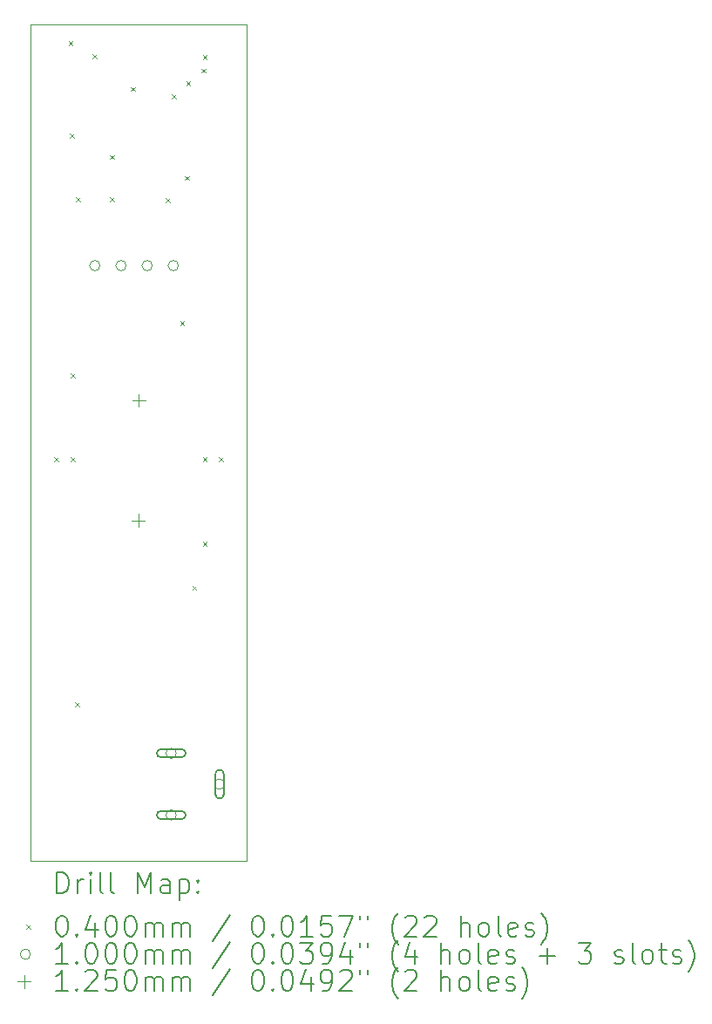
<source format=gbr>
%FSLAX45Y45*%
G04 Gerber Fmt 4.5, Leading zero omitted, Abs format (unit mm)*
G04 Created by KiCad (PCBNEW (6.0.2)) date 2022-02-19 19:12:01*
%MOMM*%
%LPD*%
G01*
G04 APERTURE LIST*
%TA.AperFunction,Profile*%
%ADD10C,0.050000*%
%TD*%
%ADD11C,0.200000*%
%ADD12C,0.040000*%
%ADD13C,0.100000*%
%ADD14C,0.125000*%
G04 APERTURE END LIST*
D10*
X13779500Y-4394200D02*
X15875000Y-4394200D01*
X15875000Y-4394200D02*
X15875000Y-12509500D01*
X15875000Y-12509500D02*
X13779500Y-12509500D01*
X13779500Y-12509500D02*
X13779500Y-4394200D01*
D11*
D12*
X14010000Y-8590000D02*
X14050000Y-8630000D01*
X14050000Y-8590000D02*
X14010000Y-8630000D01*
X14146000Y-4554000D02*
X14186000Y-4594000D01*
X14186000Y-4554000D02*
X14146000Y-4594000D01*
X14160000Y-5450000D02*
X14200000Y-5490000D01*
X14200000Y-5450000D02*
X14160000Y-5490000D01*
X14170000Y-7780000D02*
X14210000Y-7820000D01*
X14210000Y-7780000D02*
X14170000Y-7820000D01*
X14170000Y-8590000D02*
X14210000Y-8630000D01*
X14210000Y-8590000D02*
X14170000Y-8630000D01*
X14210000Y-10970000D02*
X14250000Y-11010000D01*
X14250000Y-10970000D02*
X14210000Y-11010000D01*
X14220000Y-6070000D02*
X14260000Y-6110000D01*
X14260000Y-6070000D02*
X14220000Y-6110000D01*
X14380000Y-4680000D02*
X14420000Y-4720000D01*
X14420000Y-4680000D02*
X14380000Y-4720000D01*
X14546900Y-5656900D02*
X14586900Y-5696900D01*
X14586900Y-5656900D02*
X14546900Y-5696900D01*
X14550000Y-6070000D02*
X14590000Y-6110000D01*
X14590000Y-6070000D02*
X14550000Y-6110000D01*
X14750100Y-4996500D02*
X14790100Y-5036500D01*
X14790100Y-4996500D02*
X14750100Y-5036500D01*
X15093000Y-6076000D02*
X15133000Y-6116000D01*
X15133000Y-6076000D02*
X15093000Y-6116000D01*
X15150000Y-5070000D02*
X15190000Y-5110000D01*
X15190000Y-5070000D02*
X15150000Y-5110000D01*
X15230000Y-7270000D02*
X15270000Y-7310000D01*
X15270000Y-7270000D02*
X15230000Y-7310000D01*
X15280000Y-5860000D02*
X15320000Y-5900000D01*
X15320000Y-5860000D02*
X15280000Y-5900000D01*
X15290000Y-4940000D02*
X15330000Y-4980000D01*
X15330000Y-4940000D02*
X15290000Y-4980000D01*
X15350000Y-9840000D02*
X15390000Y-9880000D01*
X15390000Y-9840000D02*
X15350000Y-9880000D01*
X15440000Y-4820000D02*
X15480000Y-4860000D01*
X15480000Y-4820000D02*
X15440000Y-4860000D01*
X15450000Y-4690000D02*
X15490000Y-4730000D01*
X15490000Y-4690000D02*
X15450000Y-4730000D01*
X15450000Y-8590000D02*
X15490000Y-8630000D01*
X15490000Y-8590000D02*
X15450000Y-8630000D01*
X15450000Y-9410000D02*
X15490000Y-9450000D01*
X15490000Y-9410000D02*
X15450000Y-9450000D01*
X15610000Y-8590000D02*
X15650000Y-8630000D01*
X15650000Y-8590000D02*
X15610000Y-8630000D01*
D13*
X14452800Y-6731000D02*
G75*
G03*
X14452800Y-6731000I-50000J0D01*
G01*
X14706800Y-6731000D02*
G75*
G03*
X14706800Y-6731000I-50000J0D01*
G01*
X14960800Y-6731000D02*
G75*
G03*
X14960800Y-6731000I-50000J0D01*
G01*
X15194250Y-11465000D02*
G75*
G03*
X15194250Y-11465000I-50000J0D01*
G01*
D11*
X15044250Y-11505000D02*
X15244250Y-11505000D01*
X15044250Y-11425000D02*
X15244250Y-11425000D01*
X15244250Y-11505000D02*
G75*
G03*
X15244250Y-11425000I0J40000D01*
G01*
X15044250Y-11425000D02*
G75*
G03*
X15044250Y-11505000I0J-40000D01*
G01*
D13*
X15194250Y-12065000D02*
G75*
G03*
X15194250Y-12065000I-50000J0D01*
G01*
D11*
X15044250Y-12105000D02*
X15244250Y-12105000D01*
X15044250Y-12025000D02*
X15244250Y-12025000D01*
X15244250Y-12105000D02*
G75*
G03*
X15244250Y-12025000I0J40000D01*
G01*
X15044250Y-12025000D02*
G75*
G03*
X15044250Y-12105000I0J-40000D01*
G01*
D13*
X15214800Y-6731000D02*
G75*
G03*
X15214800Y-6731000I-50000J0D01*
G01*
X15664250Y-11765000D02*
G75*
G03*
X15664250Y-11765000I-50000J0D01*
G01*
D11*
X15654250Y-11865000D02*
X15654250Y-11665000D01*
X15574250Y-11865000D02*
X15574250Y-11665000D01*
X15654250Y-11665000D02*
G75*
G03*
X15574250Y-11665000I-40000J0D01*
G01*
X15574250Y-11865000D02*
G75*
G03*
X15654250Y-11865000I40000J0D01*
G01*
D14*
X14825889Y-9142389D02*
X14825889Y-9267389D01*
X14763389Y-9204889D02*
X14888389Y-9204889D01*
X14830000Y-7977500D02*
X14830000Y-8102500D01*
X14767500Y-8040000D02*
X14892500Y-8040000D01*
D11*
X14034619Y-12822476D02*
X14034619Y-12622476D01*
X14082238Y-12622476D01*
X14110809Y-12632000D01*
X14129857Y-12651048D01*
X14139381Y-12670095D01*
X14148905Y-12708190D01*
X14148905Y-12736762D01*
X14139381Y-12774857D01*
X14129857Y-12793905D01*
X14110809Y-12812952D01*
X14082238Y-12822476D01*
X14034619Y-12822476D01*
X14234619Y-12822476D02*
X14234619Y-12689143D01*
X14234619Y-12727238D02*
X14244143Y-12708190D01*
X14253667Y-12698667D01*
X14272714Y-12689143D01*
X14291762Y-12689143D01*
X14358428Y-12822476D02*
X14358428Y-12689143D01*
X14358428Y-12622476D02*
X14348905Y-12632000D01*
X14358428Y-12641524D01*
X14367952Y-12632000D01*
X14358428Y-12622476D01*
X14358428Y-12641524D01*
X14482238Y-12822476D02*
X14463190Y-12812952D01*
X14453667Y-12793905D01*
X14453667Y-12622476D01*
X14587000Y-12822476D02*
X14567952Y-12812952D01*
X14558428Y-12793905D01*
X14558428Y-12622476D01*
X14815571Y-12822476D02*
X14815571Y-12622476D01*
X14882238Y-12765333D01*
X14948905Y-12622476D01*
X14948905Y-12822476D01*
X15129857Y-12822476D02*
X15129857Y-12717714D01*
X15120333Y-12698667D01*
X15101286Y-12689143D01*
X15063190Y-12689143D01*
X15044143Y-12698667D01*
X15129857Y-12812952D02*
X15110809Y-12822476D01*
X15063190Y-12822476D01*
X15044143Y-12812952D01*
X15034619Y-12793905D01*
X15034619Y-12774857D01*
X15044143Y-12755809D01*
X15063190Y-12746286D01*
X15110809Y-12746286D01*
X15129857Y-12736762D01*
X15225095Y-12689143D02*
X15225095Y-12889143D01*
X15225095Y-12698667D02*
X15244143Y-12689143D01*
X15282238Y-12689143D01*
X15301286Y-12698667D01*
X15310809Y-12708190D01*
X15320333Y-12727238D01*
X15320333Y-12784381D01*
X15310809Y-12803428D01*
X15301286Y-12812952D01*
X15282238Y-12822476D01*
X15244143Y-12822476D01*
X15225095Y-12812952D01*
X15406048Y-12803428D02*
X15415571Y-12812952D01*
X15406048Y-12822476D01*
X15396524Y-12812952D01*
X15406048Y-12803428D01*
X15406048Y-12822476D01*
X15406048Y-12698667D02*
X15415571Y-12708190D01*
X15406048Y-12717714D01*
X15396524Y-12708190D01*
X15406048Y-12698667D01*
X15406048Y-12717714D01*
D12*
X13737000Y-13132000D02*
X13777000Y-13172000D01*
X13777000Y-13132000D02*
X13737000Y-13172000D01*
D11*
X14072714Y-13042476D02*
X14091762Y-13042476D01*
X14110809Y-13052000D01*
X14120333Y-13061524D01*
X14129857Y-13080571D01*
X14139381Y-13118667D01*
X14139381Y-13166286D01*
X14129857Y-13204381D01*
X14120333Y-13223428D01*
X14110809Y-13232952D01*
X14091762Y-13242476D01*
X14072714Y-13242476D01*
X14053667Y-13232952D01*
X14044143Y-13223428D01*
X14034619Y-13204381D01*
X14025095Y-13166286D01*
X14025095Y-13118667D01*
X14034619Y-13080571D01*
X14044143Y-13061524D01*
X14053667Y-13052000D01*
X14072714Y-13042476D01*
X14225095Y-13223428D02*
X14234619Y-13232952D01*
X14225095Y-13242476D01*
X14215571Y-13232952D01*
X14225095Y-13223428D01*
X14225095Y-13242476D01*
X14406048Y-13109143D02*
X14406048Y-13242476D01*
X14358428Y-13032952D02*
X14310809Y-13175809D01*
X14434619Y-13175809D01*
X14548905Y-13042476D02*
X14567952Y-13042476D01*
X14587000Y-13052000D01*
X14596524Y-13061524D01*
X14606048Y-13080571D01*
X14615571Y-13118667D01*
X14615571Y-13166286D01*
X14606048Y-13204381D01*
X14596524Y-13223428D01*
X14587000Y-13232952D01*
X14567952Y-13242476D01*
X14548905Y-13242476D01*
X14529857Y-13232952D01*
X14520333Y-13223428D01*
X14510809Y-13204381D01*
X14501286Y-13166286D01*
X14501286Y-13118667D01*
X14510809Y-13080571D01*
X14520333Y-13061524D01*
X14529857Y-13052000D01*
X14548905Y-13042476D01*
X14739381Y-13042476D02*
X14758428Y-13042476D01*
X14777476Y-13052000D01*
X14787000Y-13061524D01*
X14796524Y-13080571D01*
X14806048Y-13118667D01*
X14806048Y-13166286D01*
X14796524Y-13204381D01*
X14787000Y-13223428D01*
X14777476Y-13232952D01*
X14758428Y-13242476D01*
X14739381Y-13242476D01*
X14720333Y-13232952D01*
X14710809Y-13223428D01*
X14701286Y-13204381D01*
X14691762Y-13166286D01*
X14691762Y-13118667D01*
X14701286Y-13080571D01*
X14710809Y-13061524D01*
X14720333Y-13052000D01*
X14739381Y-13042476D01*
X14891762Y-13242476D02*
X14891762Y-13109143D01*
X14891762Y-13128190D02*
X14901286Y-13118667D01*
X14920333Y-13109143D01*
X14948905Y-13109143D01*
X14967952Y-13118667D01*
X14977476Y-13137714D01*
X14977476Y-13242476D01*
X14977476Y-13137714D02*
X14987000Y-13118667D01*
X15006048Y-13109143D01*
X15034619Y-13109143D01*
X15053667Y-13118667D01*
X15063190Y-13137714D01*
X15063190Y-13242476D01*
X15158428Y-13242476D02*
X15158428Y-13109143D01*
X15158428Y-13128190D02*
X15167952Y-13118667D01*
X15187000Y-13109143D01*
X15215571Y-13109143D01*
X15234619Y-13118667D01*
X15244143Y-13137714D01*
X15244143Y-13242476D01*
X15244143Y-13137714D02*
X15253667Y-13118667D01*
X15272714Y-13109143D01*
X15301286Y-13109143D01*
X15320333Y-13118667D01*
X15329857Y-13137714D01*
X15329857Y-13242476D01*
X15720333Y-13032952D02*
X15548905Y-13290095D01*
X15977476Y-13042476D02*
X15996524Y-13042476D01*
X16015571Y-13052000D01*
X16025095Y-13061524D01*
X16034619Y-13080571D01*
X16044143Y-13118667D01*
X16044143Y-13166286D01*
X16034619Y-13204381D01*
X16025095Y-13223428D01*
X16015571Y-13232952D01*
X15996524Y-13242476D01*
X15977476Y-13242476D01*
X15958428Y-13232952D01*
X15948905Y-13223428D01*
X15939381Y-13204381D01*
X15929857Y-13166286D01*
X15929857Y-13118667D01*
X15939381Y-13080571D01*
X15948905Y-13061524D01*
X15958428Y-13052000D01*
X15977476Y-13042476D01*
X16129857Y-13223428D02*
X16139381Y-13232952D01*
X16129857Y-13242476D01*
X16120333Y-13232952D01*
X16129857Y-13223428D01*
X16129857Y-13242476D01*
X16263190Y-13042476D02*
X16282238Y-13042476D01*
X16301286Y-13052000D01*
X16310809Y-13061524D01*
X16320333Y-13080571D01*
X16329857Y-13118667D01*
X16329857Y-13166286D01*
X16320333Y-13204381D01*
X16310809Y-13223428D01*
X16301286Y-13232952D01*
X16282238Y-13242476D01*
X16263190Y-13242476D01*
X16244143Y-13232952D01*
X16234619Y-13223428D01*
X16225095Y-13204381D01*
X16215571Y-13166286D01*
X16215571Y-13118667D01*
X16225095Y-13080571D01*
X16234619Y-13061524D01*
X16244143Y-13052000D01*
X16263190Y-13042476D01*
X16520333Y-13242476D02*
X16406048Y-13242476D01*
X16463190Y-13242476D02*
X16463190Y-13042476D01*
X16444143Y-13071048D01*
X16425095Y-13090095D01*
X16406048Y-13099619D01*
X16701286Y-13042476D02*
X16606048Y-13042476D01*
X16596524Y-13137714D01*
X16606048Y-13128190D01*
X16625095Y-13118667D01*
X16672714Y-13118667D01*
X16691762Y-13128190D01*
X16701286Y-13137714D01*
X16710809Y-13156762D01*
X16710809Y-13204381D01*
X16701286Y-13223428D01*
X16691762Y-13232952D01*
X16672714Y-13242476D01*
X16625095Y-13242476D01*
X16606048Y-13232952D01*
X16596524Y-13223428D01*
X16777476Y-13042476D02*
X16910810Y-13042476D01*
X16825095Y-13242476D01*
X16977476Y-13042476D02*
X16977476Y-13080571D01*
X17053667Y-13042476D02*
X17053667Y-13080571D01*
X17348905Y-13318667D02*
X17339381Y-13309143D01*
X17320333Y-13280571D01*
X17310810Y-13261524D01*
X17301286Y-13232952D01*
X17291762Y-13185333D01*
X17291762Y-13147238D01*
X17301286Y-13099619D01*
X17310810Y-13071048D01*
X17320333Y-13052000D01*
X17339381Y-13023428D01*
X17348905Y-13013905D01*
X17415571Y-13061524D02*
X17425095Y-13052000D01*
X17444143Y-13042476D01*
X17491762Y-13042476D01*
X17510810Y-13052000D01*
X17520333Y-13061524D01*
X17529857Y-13080571D01*
X17529857Y-13099619D01*
X17520333Y-13128190D01*
X17406048Y-13242476D01*
X17529857Y-13242476D01*
X17606048Y-13061524D02*
X17615571Y-13052000D01*
X17634619Y-13042476D01*
X17682238Y-13042476D01*
X17701286Y-13052000D01*
X17710810Y-13061524D01*
X17720333Y-13080571D01*
X17720333Y-13099619D01*
X17710810Y-13128190D01*
X17596524Y-13242476D01*
X17720333Y-13242476D01*
X17958429Y-13242476D02*
X17958429Y-13042476D01*
X18044143Y-13242476D02*
X18044143Y-13137714D01*
X18034619Y-13118667D01*
X18015571Y-13109143D01*
X17987000Y-13109143D01*
X17967952Y-13118667D01*
X17958429Y-13128190D01*
X18167952Y-13242476D02*
X18148905Y-13232952D01*
X18139381Y-13223428D01*
X18129857Y-13204381D01*
X18129857Y-13147238D01*
X18139381Y-13128190D01*
X18148905Y-13118667D01*
X18167952Y-13109143D01*
X18196524Y-13109143D01*
X18215571Y-13118667D01*
X18225095Y-13128190D01*
X18234619Y-13147238D01*
X18234619Y-13204381D01*
X18225095Y-13223428D01*
X18215571Y-13232952D01*
X18196524Y-13242476D01*
X18167952Y-13242476D01*
X18348905Y-13242476D02*
X18329857Y-13232952D01*
X18320333Y-13213905D01*
X18320333Y-13042476D01*
X18501286Y-13232952D02*
X18482238Y-13242476D01*
X18444143Y-13242476D01*
X18425095Y-13232952D01*
X18415571Y-13213905D01*
X18415571Y-13137714D01*
X18425095Y-13118667D01*
X18444143Y-13109143D01*
X18482238Y-13109143D01*
X18501286Y-13118667D01*
X18510810Y-13137714D01*
X18510810Y-13156762D01*
X18415571Y-13175809D01*
X18587000Y-13232952D02*
X18606048Y-13242476D01*
X18644143Y-13242476D01*
X18663190Y-13232952D01*
X18672714Y-13213905D01*
X18672714Y-13204381D01*
X18663190Y-13185333D01*
X18644143Y-13175809D01*
X18615571Y-13175809D01*
X18596524Y-13166286D01*
X18587000Y-13147238D01*
X18587000Y-13137714D01*
X18596524Y-13118667D01*
X18615571Y-13109143D01*
X18644143Y-13109143D01*
X18663190Y-13118667D01*
X18739381Y-13318667D02*
X18748905Y-13309143D01*
X18767952Y-13280571D01*
X18777476Y-13261524D01*
X18787000Y-13232952D01*
X18796524Y-13185333D01*
X18796524Y-13147238D01*
X18787000Y-13099619D01*
X18777476Y-13071048D01*
X18767952Y-13052000D01*
X18748905Y-13023428D01*
X18739381Y-13013905D01*
D13*
X13777000Y-13416000D02*
G75*
G03*
X13777000Y-13416000I-50000J0D01*
G01*
D11*
X14139381Y-13506476D02*
X14025095Y-13506476D01*
X14082238Y-13506476D02*
X14082238Y-13306476D01*
X14063190Y-13335048D01*
X14044143Y-13354095D01*
X14025095Y-13363619D01*
X14225095Y-13487428D02*
X14234619Y-13496952D01*
X14225095Y-13506476D01*
X14215571Y-13496952D01*
X14225095Y-13487428D01*
X14225095Y-13506476D01*
X14358428Y-13306476D02*
X14377476Y-13306476D01*
X14396524Y-13316000D01*
X14406048Y-13325524D01*
X14415571Y-13344571D01*
X14425095Y-13382667D01*
X14425095Y-13430286D01*
X14415571Y-13468381D01*
X14406048Y-13487428D01*
X14396524Y-13496952D01*
X14377476Y-13506476D01*
X14358428Y-13506476D01*
X14339381Y-13496952D01*
X14329857Y-13487428D01*
X14320333Y-13468381D01*
X14310809Y-13430286D01*
X14310809Y-13382667D01*
X14320333Y-13344571D01*
X14329857Y-13325524D01*
X14339381Y-13316000D01*
X14358428Y-13306476D01*
X14548905Y-13306476D02*
X14567952Y-13306476D01*
X14587000Y-13316000D01*
X14596524Y-13325524D01*
X14606048Y-13344571D01*
X14615571Y-13382667D01*
X14615571Y-13430286D01*
X14606048Y-13468381D01*
X14596524Y-13487428D01*
X14587000Y-13496952D01*
X14567952Y-13506476D01*
X14548905Y-13506476D01*
X14529857Y-13496952D01*
X14520333Y-13487428D01*
X14510809Y-13468381D01*
X14501286Y-13430286D01*
X14501286Y-13382667D01*
X14510809Y-13344571D01*
X14520333Y-13325524D01*
X14529857Y-13316000D01*
X14548905Y-13306476D01*
X14739381Y-13306476D02*
X14758428Y-13306476D01*
X14777476Y-13316000D01*
X14787000Y-13325524D01*
X14796524Y-13344571D01*
X14806048Y-13382667D01*
X14806048Y-13430286D01*
X14796524Y-13468381D01*
X14787000Y-13487428D01*
X14777476Y-13496952D01*
X14758428Y-13506476D01*
X14739381Y-13506476D01*
X14720333Y-13496952D01*
X14710809Y-13487428D01*
X14701286Y-13468381D01*
X14691762Y-13430286D01*
X14691762Y-13382667D01*
X14701286Y-13344571D01*
X14710809Y-13325524D01*
X14720333Y-13316000D01*
X14739381Y-13306476D01*
X14891762Y-13506476D02*
X14891762Y-13373143D01*
X14891762Y-13392190D02*
X14901286Y-13382667D01*
X14920333Y-13373143D01*
X14948905Y-13373143D01*
X14967952Y-13382667D01*
X14977476Y-13401714D01*
X14977476Y-13506476D01*
X14977476Y-13401714D02*
X14987000Y-13382667D01*
X15006048Y-13373143D01*
X15034619Y-13373143D01*
X15053667Y-13382667D01*
X15063190Y-13401714D01*
X15063190Y-13506476D01*
X15158428Y-13506476D02*
X15158428Y-13373143D01*
X15158428Y-13392190D02*
X15167952Y-13382667D01*
X15187000Y-13373143D01*
X15215571Y-13373143D01*
X15234619Y-13382667D01*
X15244143Y-13401714D01*
X15244143Y-13506476D01*
X15244143Y-13401714D02*
X15253667Y-13382667D01*
X15272714Y-13373143D01*
X15301286Y-13373143D01*
X15320333Y-13382667D01*
X15329857Y-13401714D01*
X15329857Y-13506476D01*
X15720333Y-13296952D02*
X15548905Y-13554095D01*
X15977476Y-13306476D02*
X15996524Y-13306476D01*
X16015571Y-13316000D01*
X16025095Y-13325524D01*
X16034619Y-13344571D01*
X16044143Y-13382667D01*
X16044143Y-13430286D01*
X16034619Y-13468381D01*
X16025095Y-13487428D01*
X16015571Y-13496952D01*
X15996524Y-13506476D01*
X15977476Y-13506476D01*
X15958428Y-13496952D01*
X15948905Y-13487428D01*
X15939381Y-13468381D01*
X15929857Y-13430286D01*
X15929857Y-13382667D01*
X15939381Y-13344571D01*
X15948905Y-13325524D01*
X15958428Y-13316000D01*
X15977476Y-13306476D01*
X16129857Y-13487428D02*
X16139381Y-13496952D01*
X16129857Y-13506476D01*
X16120333Y-13496952D01*
X16129857Y-13487428D01*
X16129857Y-13506476D01*
X16263190Y-13306476D02*
X16282238Y-13306476D01*
X16301286Y-13316000D01*
X16310809Y-13325524D01*
X16320333Y-13344571D01*
X16329857Y-13382667D01*
X16329857Y-13430286D01*
X16320333Y-13468381D01*
X16310809Y-13487428D01*
X16301286Y-13496952D01*
X16282238Y-13506476D01*
X16263190Y-13506476D01*
X16244143Y-13496952D01*
X16234619Y-13487428D01*
X16225095Y-13468381D01*
X16215571Y-13430286D01*
X16215571Y-13382667D01*
X16225095Y-13344571D01*
X16234619Y-13325524D01*
X16244143Y-13316000D01*
X16263190Y-13306476D01*
X16396524Y-13306476D02*
X16520333Y-13306476D01*
X16453667Y-13382667D01*
X16482238Y-13382667D01*
X16501286Y-13392190D01*
X16510809Y-13401714D01*
X16520333Y-13420762D01*
X16520333Y-13468381D01*
X16510809Y-13487428D01*
X16501286Y-13496952D01*
X16482238Y-13506476D01*
X16425095Y-13506476D01*
X16406048Y-13496952D01*
X16396524Y-13487428D01*
X16615571Y-13506476D02*
X16653667Y-13506476D01*
X16672714Y-13496952D01*
X16682238Y-13487428D01*
X16701286Y-13458857D01*
X16710809Y-13420762D01*
X16710809Y-13344571D01*
X16701286Y-13325524D01*
X16691762Y-13316000D01*
X16672714Y-13306476D01*
X16634619Y-13306476D01*
X16615571Y-13316000D01*
X16606048Y-13325524D01*
X16596524Y-13344571D01*
X16596524Y-13392190D01*
X16606048Y-13411238D01*
X16615571Y-13420762D01*
X16634619Y-13430286D01*
X16672714Y-13430286D01*
X16691762Y-13420762D01*
X16701286Y-13411238D01*
X16710809Y-13392190D01*
X16882238Y-13373143D02*
X16882238Y-13506476D01*
X16834619Y-13296952D02*
X16787000Y-13439809D01*
X16910810Y-13439809D01*
X16977476Y-13306476D02*
X16977476Y-13344571D01*
X17053667Y-13306476D02*
X17053667Y-13344571D01*
X17348905Y-13582667D02*
X17339381Y-13573143D01*
X17320333Y-13544571D01*
X17310810Y-13525524D01*
X17301286Y-13496952D01*
X17291762Y-13449333D01*
X17291762Y-13411238D01*
X17301286Y-13363619D01*
X17310810Y-13335048D01*
X17320333Y-13316000D01*
X17339381Y-13287428D01*
X17348905Y-13277905D01*
X17510810Y-13373143D02*
X17510810Y-13506476D01*
X17463190Y-13296952D02*
X17415571Y-13439809D01*
X17539381Y-13439809D01*
X17767952Y-13506476D02*
X17767952Y-13306476D01*
X17853667Y-13506476D02*
X17853667Y-13401714D01*
X17844143Y-13382667D01*
X17825095Y-13373143D01*
X17796524Y-13373143D01*
X17777476Y-13382667D01*
X17767952Y-13392190D01*
X17977476Y-13506476D02*
X17958429Y-13496952D01*
X17948905Y-13487428D01*
X17939381Y-13468381D01*
X17939381Y-13411238D01*
X17948905Y-13392190D01*
X17958429Y-13382667D01*
X17977476Y-13373143D01*
X18006048Y-13373143D01*
X18025095Y-13382667D01*
X18034619Y-13392190D01*
X18044143Y-13411238D01*
X18044143Y-13468381D01*
X18034619Y-13487428D01*
X18025095Y-13496952D01*
X18006048Y-13506476D01*
X17977476Y-13506476D01*
X18158429Y-13506476D02*
X18139381Y-13496952D01*
X18129857Y-13477905D01*
X18129857Y-13306476D01*
X18310810Y-13496952D02*
X18291762Y-13506476D01*
X18253667Y-13506476D01*
X18234619Y-13496952D01*
X18225095Y-13477905D01*
X18225095Y-13401714D01*
X18234619Y-13382667D01*
X18253667Y-13373143D01*
X18291762Y-13373143D01*
X18310810Y-13382667D01*
X18320333Y-13401714D01*
X18320333Y-13420762D01*
X18225095Y-13439809D01*
X18396524Y-13496952D02*
X18415571Y-13506476D01*
X18453667Y-13506476D01*
X18472714Y-13496952D01*
X18482238Y-13477905D01*
X18482238Y-13468381D01*
X18472714Y-13449333D01*
X18453667Y-13439809D01*
X18425095Y-13439809D01*
X18406048Y-13430286D01*
X18396524Y-13411238D01*
X18396524Y-13401714D01*
X18406048Y-13382667D01*
X18425095Y-13373143D01*
X18453667Y-13373143D01*
X18472714Y-13382667D01*
X18720333Y-13430286D02*
X18872714Y-13430286D01*
X18796524Y-13506476D02*
X18796524Y-13354095D01*
X19101286Y-13306476D02*
X19225095Y-13306476D01*
X19158429Y-13382667D01*
X19187000Y-13382667D01*
X19206048Y-13392190D01*
X19215571Y-13401714D01*
X19225095Y-13420762D01*
X19225095Y-13468381D01*
X19215571Y-13487428D01*
X19206048Y-13496952D01*
X19187000Y-13506476D01*
X19129857Y-13506476D01*
X19110810Y-13496952D01*
X19101286Y-13487428D01*
X19453667Y-13496952D02*
X19472714Y-13506476D01*
X19510810Y-13506476D01*
X19529857Y-13496952D01*
X19539381Y-13477905D01*
X19539381Y-13468381D01*
X19529857Y-13449333D01*
X19510810Y-13439809D01*
X19482238Y-13439809D01*
X19463190Y-13430286D01*
X19453667Y-13411238D01*
X19453667Y-13401714D01*
X19463190Y-13382667D01*
X19482238Y-13373143D01*
X19510810Y-13373143D01*
X19529857Y-13382667D01*
X19653667Y-13506476D02*
X19634619Y-13496952D01*
X19625095Y-13477905D01*
X19625095Y-13306476D01*
X19758429Y-13506476D02*
X19739381Y-13496952D01*
X19729857Y-13487428D01*
X19720333Y-13468381D01*
X19720333Y-13411238D01*
X19729857Y-13392190D01*
X19739381Y-13382667D01*
X19758429Y-13373143D01*
X19787000Y-13373143D01*
X19806048Y-13382667D01*
X19815571Y-13392190D01*
X19825095Y-13411238D01*
X19825095Y-13468381D01*
X19815571Y-13487428D01*
X19806048Y-13496952D01*
X19787000Y-13506476D01*
X19758429Y-13506476D01*
X19882238Y-13373143D02*
X19958429Y-13373143D01*
X19910810Y-13306476D02*
X19910810Y-13477905D01*
X19920333Y-13496952D01*
X19939381Y-13506476D01*
X19958429Y-13506476D01*
X20015571Y-13496952D02*
X20034619Y-13506476D01*
X20072714Y-13506476D01*
X20091762Y-13496952D01*
X20101286Y-13477905D01*
X20101286Y-13468381D01*
X20091762Y-13449333D01*
X20072714Y-13439809D01*
X20044143Y-13439809D01*
X20025095Y-13430286D01*
X20015571Y-13411238D01*
X20015571Y-13401714D01*
X20025095Y-13382667D01*
X20044143Y-13373143D01*
X20072714Y-13373143D01*
X20091762Y-13382667D01*
X20167952Y-13582667D02*
X20177476Y-13573143D01*
X20196524Y-13544571D01*
X20206048Y-13525524D01*
X20215571Y-13496952D01*
X20225095Y-13449333D01*
X20225095Y-13411238D01*
X20215571Y-13363619D01*
X20206048Y-13335048D01*
X20196524Y-13316000D01*
X20177476Y-13287428D01*
X20167952Y-13277905D01*
D14*
X13714500Y-13617500D02*
X13714500Y-13742500D01*
X13652000Y-13680000D02*
X13777000Y-13680000D01*
D11*
X14139381Y-13770476D02*
X14025095Y-13770476D01*
X14082238Y-13770476D02*
X14082238Y-13570476D01*
X14063190Y-13599048D01*
X14044143Y-13618095D01*
X14025095Y-13627619D01*
X14225095Y-13751428D02*
X14234619Y-13760952D01*
X14225095Y-13770476D01*
X14215571Y-13760952D01*
X14225095Y-13751428D01*
X14225095Y-13770476D01*
X14310809Y-13589524D02*
X14320333Y-13580000D01*
X14339381Y-13570476D01*
X14387000Y-13570476D01*
X14406048Y-13580000D01*
X14415571Y-13589524D01*
X14425095Y-13608571D01*
X14425095Y-13627619D01*
X14415571Y-13656190D01*
X14301286Y-13770476D01*
X14425095Y-13770476D01*
X14606048Y-13570476D02*
X14510809Y-13570476D01*
X14501286Y-13665714D01*
X14510809Y-13656190D01*
X14529857Y-13646667D01*
X14577476Y-13646667D01*
X14596524Y-13656190D01*
X14606048Y-13665714D01*
X14615571Y-13684762D01*
X14615571Y-13732381D01*
X14606048Y-13751428D01*
X14596524Y-13760952D01*
X14577476Y-13770476D01*
X14529857Y-13770476D01*
X14510809Y-13760952D01*
X14501286Y-13751428D01*
X14739381Y-13570476D02*
X14758428Y-13570476D01*
X14777476Y-13580000D01*
X14787000Y-13589524D01*
X14796524Y-13608571D01*
X14806048Y-13646667D01*
X14806048Y-13694286D01*
X14796524Y-13732381D01*
X14787000Y-13751428D01*
X14777476Y-13760952D01*
X14758428Y-13770476D01*
X14739381Y-13770476D01*
X14720333Y-13760952D01*
X14710809Y-13751428D01*
X14701286Y-13732381D01*
X14691762Y-13694286D01*
X14691762Y-13646667D01*
X14701286Y-13608571D01*
X14710809Y-13589524D01*
X14720333Y-13580000D01*
X14739381Y-13570476D01*
X14891762Y-13770476D02*
X14891762Y-13637143D01*
X14891762Y-13656190D02*
X14901286Y-13646667D01*
X14920333Y-13637143D01*
X14948905Y-13637143D01*
X14967952Y-13646667D01*
X14977476Y-13665714D01*
X14977476Y-13770476D01*
X14977476Y-13665714D02*
X14987000Y-13646667D01*
X15006048Y-13637143D01*
X15034619Y-13637143D01*
X15053667Y-13646667D01*
X15063190Y-13665714D01*
X15063190Y-13770476D01*
X15158428Y-13770476D02*
X15158428Y-13637143D01*
X15158428Y-13656190D02*
X15167952Y-13646667D01*
X15187000Y-13637143D01*
X15215571Y-13637143D01*
X15234619Y-13646667D01*
X15244143Y-13665714D01*
X15244143Y-13770476D01*
X15244143Y-13665714D02*
X15253667Y-13646667D01*
X15272714Y-13637143D01*
X15301286Y-13637143D01*
X15320333Y-13646667D01*
X15329857Y-13665714D01*
X15329857Y-13770476D01*
X15720333Y-13560952D02*
X15548905Y-13818095D01*
X15977476Y-13570476D02*
X15996524Y-13570476D01*
X16015571Y-13580000D01*
X16025095Y-13589524D01*
X16034619Y-13608571D01*
X16044143Y-13646667D01*
X16044143Y-13694286D01*
X16034619Y-13732381D01*
X16025095Y-13751428D01*
X16015571Y-13760952D01*
X15996524Y-13770476D01*
X15977476Y-13770476D01*
X15958428Y-13760952D01*
X15948905Y-13751428D01*
X15939381Y-13732381D01*
X15929857Y-13694286D01*
X15929857Y-13646667D01*
X15939381Y-13608571D01*
X15948905Y-13589524D01*
X15958428Y-13580000D01*
X15977476Y-13570476D01*
X16129857Y-13751428D02*
X16139381Y-13760952D01*
X16129857Y-13770476D01*
X16120333Y-13760952D01*
X16129857Y-13751428D01*
X16129857Y-13770476D01*
X16263190Y-13570476D02*
X16282238Y-13570476D01*
X16301286Y-13580000D01*
X16310809Y-13589524D01*
X16320333Y-13608571D01*
X16329857Y-13646667D01*
X16329857Y-13694286D01*
X16320333Y-13732381D01*
X16310809Y-13751428D01*
X16301286Y-13760952D01*
X16282238Y-13770476D01*
X16263190Y-13770476D01*
X16244143Y-13760952D01*
X16234619Y-13751428D01*
X16225095Y-13732381D01*
X16215571Y-13694286D01*
X16215571Y-13646667D01*
X16225095Y-13608571D01*
X16234619Y-13589524D01*
X16244143Y-13580000D01*
X16263190Y-13570476D01*
X16501286Y-13637143D02*
X16501286Y-13770476D01*
X16453667Y-13560952D02*
X16406048Y-13703809D01*
X16529857Y-13703809D01*
X16615571Y-13770476D02*
X16653667Y-13770476D01*
X16672714Y-13760952D01*
X16682238Y-13751428D01*
X16701286Y-13722857D01*
X16710809Y-13684762D01*
X16710809Y-13608571D01*
X16701286Y-13589524D01*
X16691762Y-13580000D01*
X16672714Y-13570476D01*
X16634619Y-13570476D01*
X16615571Y-13580000D01*
X16606048Y-13589524D01*
X16596524Y-13608571D01*
X16596524Y-13656190D01*
X16606048Y-13675238D01*
X16615571Y-13684762D01*
X16634619Y-13694286D01*
X16672714Y-13694286D01*
X16691762Y-13684762D01*
X16701286Y-13675238D01*
X16710809Y-13656190D01*
X16787000Y-13589524D02*
X16796524Y-13580000D01*
X16815571Y-13570476D01*
X16863190Y-13570476D01*
X16882238Y-13580000D01*
X16891762Y-13589524D01*
X16901286Y-13608571D01*
X16901286Y-13627619D01*
X16891762Y-13656190D01*
X16777476Y-13770476D01*
X16901286Y-13770476D01*
X16977476Y-13570476D02*
X16977476Y-13608571D01*
X17053667Y-13570476D02*
X17053667Y-13608571D01*
X17348905Y-13846667D02*
X17339381Y-13837143D01*
X17320333Y-13808571D01*
X17310810Y-13789524D01*
X17301286Y-13760952D01*
X17291762Y-13713333D01*
X17291762Y-13675238D01*
X17301286Y-13627619D01*
X17310810Y-13599048D01*
X17320333Y-13580000D01*
X17339381Y-13551428D01*
X17348905Y-13541905D01*
X17415571Y-13589524D02*
X17425095Y-13580000D01*
X17444143Y-13570476D01*
X17491762Y-13570476D01*
X17510810Y-13580000D01*
X17520333Y-13589524D01*
X17529857Y-13608571D01*
X17529857Y-13627619D01*
X17520333Y-13656190D01*
X17406048Y-13770476D01*
X17529857Y-13770476D01*
X17767952Y-13770476D02*
X17767952Y-13570476D01*
X17853667Y-13770476D02*
X17853667Y-13665714D01*
X17844143Y-13646667D01*
X17825095Y-13637143D01*
X17796524Y-13637143D01*
X17777476Y-13646667D01*
X17767952Y-13656190D01*
X17977476Y-13770476D02*
X17958429Y-13760952D01*
X17948905Y-13751428D01*
X17939381Y-13732381D01*
X17939381Y-13675238D01*
X17948905Y-13656190D01*
X17958429Y-13646667D01*
X17977476Y-13637143D01*
X18006048Y-13637143D01*
X18025095Y-13646667D01*
X18034619Y-13656190D01*
X18044143Y-13675238D01*
X18044143Y-13732381D01*
X18034619Y-13751428D01*
X18025095Y-13760952D01*
X18006048Y-13770476D01*
X17977476Y-13770476D01*
X18158429Y-13770476D02*
X18139381Y-13760952D01*
X18129857Y-13741905D01*
X18129857Y-13570476D01*
X18310810Y-13760952D02*
X18291762Y-13770476D01*
X18253667Y-13770476D01*
X18234619Y-13760952D01*
X18225095Y-13741905D01*
X18225095Y-13665714D01*
X18234619Y-13646667D01*
X18253667Y-13637143D01*
X18291762Y-13637143D01*
X18310810Y-13646667D01*
X18320333Y-13665714D01*
X18320333Y-13684762D01*
X18225095Y-13703809D01*
X18396524Y-13760952D02*
X18415571Y-13770476D01*
X18453667Y-13770476D01*
X18472714Y-13760952D01*
X18482238Y-13741905D01*
X18482238Y-13732381D01*
X18472714Y-13713333D01*
X18453667Y-13703809D01*
X18425095Y-13703809D01*
X18406048Y-13694286D01*
X18396524Y-13675238D01*
X18396524Y-13665714D01*
X18406048Y-13646667D01*
X18425095Y-13637143D01*
X18453667Y-13637143D01*
X18472714Y-13646667D01*
X18548905Y-13846667D02*
X18558429Y-13837143D01*
X18577476Y-13808571D01*
X18587000Y-13789524D01*
X18596524Y-13760952D01*
X18606048Y-13713333D01*
X18606048Y-13675238D01*
X18596524Y-13627619D01*
X18587000Y-13599048D01*
X18577476Y-13580000D01*
X18558429Y-13551428D01*
X18548905Y-13541905D01*
M02*

</source>
